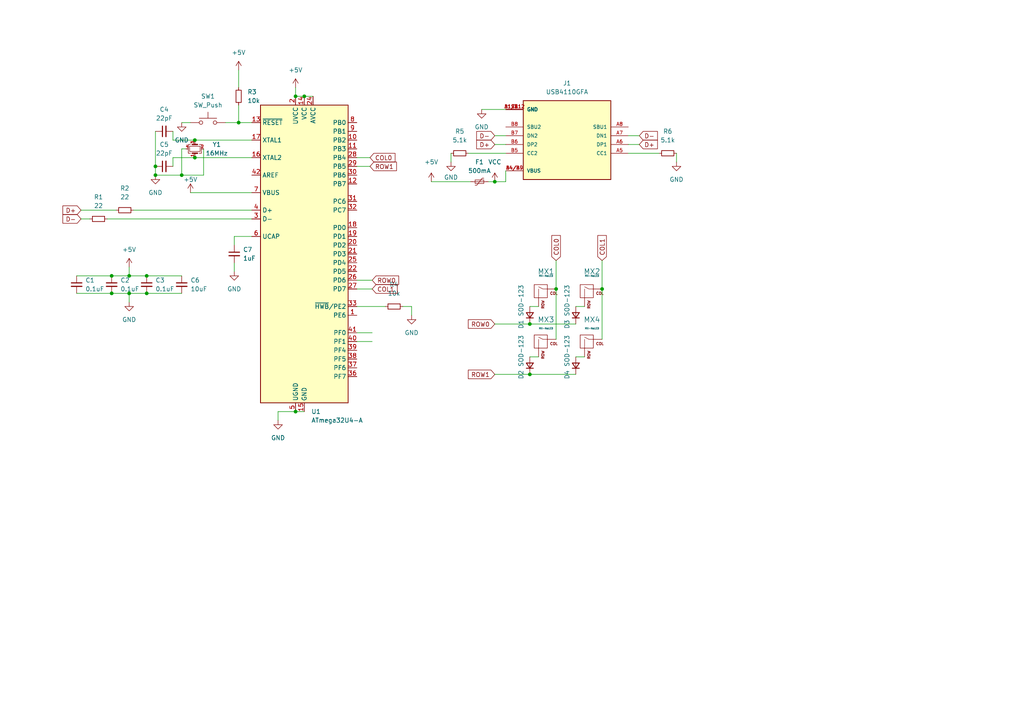
<source format=kicad_sch>
(kicad_sch (version 20211123) (generator eeschema)
  (paper "A4")
  (lib_symbols
    (symbol "Device:C_Small" (pin_numbers hide) (pin_names (offset 0.254) hide)
      (property "Reference" "C" (at 0.254 1.778 0))
      (property "Value" "C_Small" (at 0.254 -2.032 0))
      (symbol "C_Small_0_1"
        (polyline (pts (xy -1.524 -0.508) (xy 1.524 -0.508)) (stroke (width 0.3302)))
        (polyline (pts (xy -1.524 0.508) (xy 1.524 0.508)) (stroke (width 0.3048)))
      )
      (symbol "C_Small_1_1"
        (pin passive line (at 0 2.54 270) (length 2.032) (name "~") (number "1"))
        (pin passive line (at 0 -2.54 90) (length 2.032) (name "~") (number "2"))
      )
    )
    (symbol "Device:Crystal_GND24_Small" (pin_names (offset 1.016) hide)
      (property "Reference" "Y" (at 1.27 4.445 0))
      (property "Value" "Crystal_GND24_Small" (at 1.27 2.54 0))
      (symbol "Crystal_GND24_Small_0_1"
        (rectangle (start -0.762 -1.524) (end 0.762 1.524))
        (polyline (pts (xy -1.27 -0.762) (xy -1.27 0.762)) (stroke (width 0.381)))
        (polyline (pts (xy 1.27 -0.762) (xy 1.27 0.762)) (stroke (width 0.381)))
        (polyline (pts (xy -1.27 -1.27) (xy -1.27 -1.905) (xy 1.27 -1.905) (xy 1.27 -1.27)))
        (polyline (pts (xy -1.27 1.27) (xy -1.27 1.905) (xy 1.27 1.905) (xy 1.27 1.27)))
      )
      (symbol "Crystal_GND24_Small_1_1"
        (pin passive line (at -2.54 0 0) (length 1.27) (name "1") (number "1"))
        (pin passive line (at 0 -2.54 90) (length 0.635) (name "2") (number "2"))
        (pin passive line (at 2.54 0 180) (length 1.27) (name "3") (number "3"))
        (pin passive line (at 0 2.54 270) (length 0.635) (name "4") (number "4"))
      )
    )
    (symbol "Device:D_Small" (pin_numbers hide) (pin_names (offset 0.254) hide)
      (property "Reference" "D" (at -1.27 2.032 0))
      (property "Value" "D_Small" (at -3.81 -2.032 0))
      (symbol "D_Small_0_1"
        (polyline (pts (xy -0.762 -1.016) (xy -0.762 1.016)) (stroke (width 0.254)))
        (polyline (pts (xy -0.762 0) (xy 0.762 0)))
        (polyline (pts (xy 0.762 -1.016) (xy -0.762 0) (xy 0.762 1.016) (xy 0.762 -1.016)) (stroke (width 0.254)))
      )
      (symbol "D_Small_1_1"
        (pin passive line (at -2.54 0 0) (length 1.778) (name "K") (number "1"))
        (pin passive line (at 2.54 0 180) (length 1.778) (name "A") (number "2"))
      )
    )
    (symbol "Device:Polyfuse_Small" (pin_numbers hide) (pin_names (offset 0))
      (property "Reference" "F" (at -1.905 0 90))
      (property "Value" "Polyfuse_Small" (at 1.905 0 90))
      (symbol "Polyfuse_Small_0_1"
        (rectangle (start -0.508 1.27) (end 0.508 -1.27))
        (polyline (pts (xy 0 2.54) (xy 0 -2.54)))
        (polyline (pts (xy -1.016 1.27) (xy -1.016 0.762) (xy 1.016 -0.762) (xy 1.016 -1.27)))
      )
      (symbol "Polyfuse_Small_1_1"
        (pin passive line (at 0 2.54 270) (length 0.635) (name "~") (number "1"))
        (pin passive line (at 0 -2.54 90) (length 0.635) (name "~") (number "2"))
      )
    )
    (symbol "Device:R_Small" (pin_numbers hide) (pin_names (offset 0.254) hide)
      (property "Reference" "R" (at 0.762 0.508 0))
      (property "Value" "R_Small" (at 0.762 -1.016 0))
      (symbol "R_Small_0_1"
        (rectangle (start -0.762 1.778) (end 0.762 -1.778) (stroke (width 0.2032)))
      )
      (symbol "R_Small_1_1"
        (pin passive line (at 0 2.54 270) (length 0.762) (name "~") (number "1"))
        (pin passive line (at 0 -2.54 90) (length 0.762) (name "~") (number "2"))
      )
    )
    (symbol "MCU_Microchip_ATmega:ATmega32U4-A"
      (property "Reference" "U" (at -12.7 44.45 0))
      (property "Value" "ATmega32U4-A" (at 2.54 -44.45 0))
      (symbol "ATmega32U4-A_0_1"
        (rectangle (start -12.7 -43.18) (end 12.7 43.18) (stroke (width 0.254)) (fill (type background)))
      )
      (symbol "ATmega32U4-A_1_1"
        (pin bidirectional line (at 15.24 -17.78 180) (length 2.54) (name "PE6") (number "1"))
        (pin bidirectional line (at 15.24 33.02 180) (length 2.54) (name "PB2") (number "10"))
        (pin bidirectional line (at 15.24 30.48 180) (length 2.54) (name "PB3") (number "11"))
        (pin bidirectional line (at 15.24 20.32 180) (length 2.54) (name "PB7") (number "12"))
        (pin input line (at -15.24 38.1 0) (length 2.54) (name "~{RESET}") (number "13"))
        (pin power_in line (at 0 45.72 270) (length 2.54) (name "VCC") (number "14"))
        (pin power_in line (at 0 -45.72 90) (length 2.54) (name "GND") (number "15"))
        (pin output line (at -15.24 27.94 0) (length 2.54) (name "XTAL2") (number "16"))
        (pin input line (at -15.24 33.02 0) (length 2.54) (name "XTAL1") (number "17"))
        (pin bidirectional line (at 15.24 7.62 180) (length 2.54) (name "PD0") (number "18"))
        (pin bidirectional line (at 15.24 5.08 180) (length 2.54) (name "PD1") (number "19"))
        (pin power_in line (at -2.54 45.72 270) (length 2.54) (name "UVCC") (number "2"))
        (pin bidirectional line (at 15.24 2.54 180) (length 2.54) (name "PD2") (number "20"))
        (pin bidirectional line (at 15.24 0 180) (length 2.54) (name "PD3") (number "21"))
        (pin bidirectional line (at 15.24 -5.08 180) (length 2.54) (name "PD5") (number "22"))
        (pin passive line (at 0 -45.72 90) (length 2.54) hide (name "GND") (number "23"))
        (pin power_in line (at 2.54 45.72 270) (length 2.54) (name "AVCC") (number "24"))
        (pin bidirectional line (at 15.24 -2.54 180) (length 2.54) (name "PD4") (number "25"))
        (pin bidirectional line (at 15.24 -7.62 180) (length 2.54) (name "PD6") (number "26"))
        (pin bidirectional line (at 15.24 -10.16 180) (length 2.54) (name "PD7") (number "27"))
        (pin bidirectional line (at 15.24 27.94 180) (length 2.54) (name "PB4") (number "28"))
        (pin bidirectional line (at 15.24 25.4 180) (length 2.54) (name "PB5") (number "29"))
        (pin bidirectional line (at -15.24 10.16 0) (length 2.54) (name "D-") (number "3"))
        (pin bidirectional line (at 15.24 22.86 180) (length 2.54) (name "PB6") (number "30"))
        (pin bidirectional line (at 15.24 15.24 180) (length 2.54) (name "PC6") (number "31"))
        (pin bidirectional line (at 15.24 12.7 180) (length 2.54) (name "PC7") (number "32"))
        (pin bidirectional line (at 15.24 -15.24 180) (length 2.54) (name "~{HWB}/PE2") (number "33"))
        (pin passive line (at 0 45.72 270) (length 2.54) hide (name "VCC") (number "34"))
        (pin passive line (at 0 -45.72 90) (length 2.54) hide (name "GND") (number "35"))
        (pin bidirectional line (at 15.24 -35.56 180) (length 2.54) (name "PF7") (number "36"))
        (pin bidirectional line (at 15.24 -33.02 180) (length 2.54) (name "PF6") (number "37"))
        (pin bidirectional line (at 15.24 -30.48 180) (length 2.54) (name "PF5") (number "38"))
        (pin bidirectional line (at 15.24 -27.94 180) (length 2.54) (name "PF4") (number "39"))
        (pin bidirectional line (at -15.24 12.7 0) (length 2.54) (name "D+") (number "4"))
        (pin bidirectional line (at 15.24 -25.4 180) (length 2.54) (name "PF1") (number "40"))
        (pin bidirectional line (at 15.24 -22.86 180) (length 2.54) (name "PF0") (number "41"))
        (pin passive line (at -15.24 22.86 0) (length 2.54) (name "AREF") (number "42"))
        (pin passive line (at 0 -45.72 90) (length 2.54) hide (name "GND") (number "43"))
        (pin passive line (at 2.54 45.72 270) (length 2.54) hide (name "AVCC") (number "44"))
        (pin passive line (at -2.54 -45.72 90) (length 2.54) (name "UGND") (number "5"))
        (pin passive line (at -15.24 5.08 0) (length 2.54) (name "UCAP") (number "6"))
        (pin input line (at -15.24 17.78 0) (length 2.54) (name "VBUS") (number "7"))
        (pin bidirectional line (at 15.24 38.1 180) (length 2.54) (name "PB0") (number "8"))
        (pin bidirectional line (at 15.24 35.56 180) (length 2.54) (name "PB1") (number "9"))
      )
    )
    (symbol "MX_Alps_Hybrid:MX-NoLED" (pin_names (offset 1.016))
      (property "Reference" "MX" (at -0.635 3.81 0))
      (property "Value" "MX-NoLED" (at -0.635 1.27 0))
      (symbol "MX-NoLED_0_0"
        (rectangle (start -2.54 2.54) (end 1.27 -1.27))
        (polyline (pts (xy -1.27 -1.27) (xy -1.27 1.27)) (stroke (width 0.127)))
        (polyline (pts (xy 1.27 1.27) (xy 0 1.27) (xy -1.27 1.905)) (stroke (width 0.127)))
        (text "COL" (at 3.175 0 0) (effects (font (size 0.762 0.762))))
        (text "ROW" (at 0 -1.905 900) (effects (font (size 0.762 0.762)) (justify right)))
      )
      (symbol "MX-NoLED_1_1"
        (pin passive line (at 3.81 1.27 180) (length 2.54) (name "COL") (number "1"))
        (pin passive line (at -1.27 -3.81 90) (length 2.54) (name "ROW") (number "2"))
      )
    )
    (symbol "Switch:SW_Push" (pin_numbers hide) (pin_names (offset 1.016) hide)
      (property "Reference" "SW" (at 1.27 2.54 0))
      (property "Value" "SW_Push" (at 0 -1.524 0))
      (symbol "SW_Push_0_1"
        (circle (center -2.032 0) (radius 0.508))
        (polyline (pts (xy 0 1.27) (xy 0 3.048)))
        (polyline (pts (xy 2.54 1.27) (xy -2.54 1.27)))
        (circle (center 2.032 0) (radius 0.508))
        (pin passive line (at -5.08 0 0) (length 2.54) (name "1") (number "1"))
        (pin passive line (at 5.08 0 180) (length 2.54) (name "2") (number "2"))
      )
    )
    (symbol "USB4110GFA:USB4110GFA" (pin_names (offset 1.016))
      (property "Reference" "J" (at -12.7 11.43 0))
      (property "Value" "USB4110GFA" (at -12.7 -15.24 0))
      (symbol "USB4110GFA_0_0"
        (rectangle (start -12.7 -12.7) (end 12.7 10.16) (stroke (width 0.254)) (fill (type background)))
        (pin power_in line (at 17.78 -10.16 180) (length 5.08) (name "GND") (number "A1/B12"))
        (pin power_in line (at 17.78 7.62 180) (length 5.08) (name "VBUS") (number "A4/B9"))
        (pin bidirectional line (at -17.78 2.54 0) (length 5.08) (name "CC1") (number "A5"))
        (pin bidirectional line (at -17.78 0 0) (length 5.08) (name "DP1") (number "A6"))
        (pin bidirectional line (at -17.78 -2.54 0) (length 5.08) (name "DN1") (number "A7"))
        (pin bidirectional line (at -17.78 -5.08 0) (length 5.08) (name "SBU1") (number "A8"))
        (pin power_in line (at 17.78 -10.16 180) (length 5.08) (name "GND") (number "B1/A12"))
        (pin power_in line (at 17.78 7.62 180) (length 5.08) (name "VBUS") (number "B4/A9"))
        (pin bidirectional line (at 17.78 2.54 180) (length 5.08) (name "CC2") (number "B5"))
        (pin bidirectional line (at 17.78 0 180) (length 5.08) (name "DP2") (number "B6"))
        (pin bidirectional line (at 17.78 -2.54 180) (length 5.08) (name "DN2") (number "B7"))
        (pin bidirectional line (at 17.78 -5.08 180) (length 5.08) (name "SBU2") (number "B8"))
        (pin power_in line (at 17.78 -10.16 180) (length 5.08) (name "GND") (number "S1"))
        (pin power_in line (at 17.78 -10.16 180) (length 5.08) (name "GND") (number "S2"))
        (pin power_in line (at 17.78 -10.16 180) (length 5.08) (name "GND") (number "S3"))
        (pin power_in line (at 17.78 -10.16 180) (length 5.08) (name "GND") (number "S4"))
      )
    )
    (symbol "power:+5V" (power) (pin_names (offset 0))
      (property "Value" "+5V" (at 0 3.556 0))
      (symbol "+5V_0_1"
        (polyline (pts (xy -0.762 1.27) (xy 0 2.54)))
        (polyline (pts (xy 0 0) (xy 0 2.54)))
        (polyline (pts (xy 0 2.54) (xy 0.762 1.27)))
      )
      (symbol "+5V_1_1"
        (pin power_in line (at 0 0 90) (length 0) hide (name "+5V") (number "1"))
      )
    )
    (symbol "power:GND" (power) (pin_names (offset 0))
      (property "Value" "GND" (at 0 -3.81 0))
      (symbol "GND_0_1"
        (polyline (pts (xy 0 0) (xy 0 -1.27) (xy 1.27 -1.27) (xy 0 -2.54) (xy -1.27 -1.27) (xy 0 -1.27)))
      )
      (symbol "GND_1_1"
        (pin power_in line (at 0 0 270) (length 0) hide (name "GND") (number "1"))
      )
    )
    (symbol "power:VCC" (power) (pin_names (offset 0))
      (property "Value" "VCC" (at 0 3.81 0))
      (symbol "VCC_0_1"
        (polyline (pts (xy -0.762 1.27) (xy 0 2.54)))
        (polyline (pts (xy 0 0) (xy 0 2.54)))
        (polyline (pts (xy 0 2.54) (xy 0.762 1.27)))
      )
      (symbol "VCC_1_1"
        (pin power_in line (at 0 0 90) (length 0) hide (name "VCC") (number "1"))
      )
    )
  )
  (junction (at 85.725 27.94))
  (junction (at 32.385 80.01))
  (junction (at 85.725 119.38))
  (junction (at 52.705 50.8))
  (junction (at 161.29 83.82))
  (junction (at 37.465 85.09))
  (junction (at 153.67 108.585))
  (junction (at 32.385 85.09))
  (junction (at 37.465 80.01))
  (junction (at 153.67 93.98))
  (junction (at 56.515 40.64))
  (junction (at 45.085 50.8))
  (junction (at 45.085 48.26))
  (junction (at 69.215 35.56))
  (junction (at 42.545 80.01))
  (junction (at 56.515 45.72))
  (junction (at 42.545 85.09))
  (junction (at 143.51 52.705))
  (junction (at 174.625 83.82))
  (junction (at 88.265 27.94))
  (wire (pts (xy 174.625 83.82) (xy 174.625 98.425)))
  (wire (pts (xy 135.89 44.45) (xy 146.685 44.45)))
  (wire (pts (xy 161.29 75.565) (xy 161.29 83.82)))
  (wire (pts (xy 85.725 25.4) (xy 85.725 27.94)))
  (wire (pts (xy 125.095 52.705) (xy 136.525 52.705)))
  (wire (pts (xy 196.215 44.45) (xy 196.215 46.99)))
  (wire (pts (xy 103.505 81.28) (xy 107.95 81.28)))
  (wire (pts (xy 103.505 96.52) (xy 107.95 96.52)))
  (wire (pts (xy 130.81 44.45) (xy 130.81 46.99)))
  (wire (pts (xy 143.51 41.91) (xy 146.685 41.91)))
  (wire (pts (xy 45.085 38.1) (xy 45.085 48.26)))
  (wire (pts (xy 37.465 85.09) (xy 37.465 87.63)))
  (wire (pts (xy 52.705 35.56) (xy 55.245 35.56)))
  (wire (pts (xy 59.055 50.8) (xy 52.705 50.8)))
  (wire (pts (xy 65.405 35.56) (xy 69.215 35.56)))
  (wire (pts (xy 143.51 108.585) (xy 153.67 108.585)))
  (wire (pts (xy 153.67 108.585) (xy 167.005 108.585)))
  (wire (pts (xy 146.685 52.705) (xy 146.685 49.53)))
  (wire (pts (xy 139.7 31.75) (xy 146.685 31.75)))
  (wire (pts (xy 69.215 35.56) (xy 73.025 35.56)))
  (wire (pts (xy 31.115 63.5) (xy 73.025 63.5)))
  (wire (pts (xy 143.51 39.37) (xy 146.685 39.37)))
  (wire (pts (xy 32.385 85.09) (xy 37.465 85.09)))
  (wire (pts (xy 153.67 88.9) (xy 156.21 88.9)))
  (wire (pts (xy 153.67 103.505) (xy 156.21 103.505)))
  (wire (pts (xy 167.005 103.505) (xy 169.545 103.505)))
  (wire (pts (xy 22.225 80.01) (xy 32.385 80.01)))
  (wire (pts (xy 59.055 43.18) (xy 59.055 50.8)))
  (wire (pts (xy 103.505 83.82) (xy 107.95 83.82)))
  (wire (pts (xy 53.975 43.18) (xy 52.705 43.18)))
  (wire (pts (xy 50.165 48.26) (xy 50.165 45.72)))
  (wire (pts (xy 69.215 30.48) (xy 69.215 35.56)))
  (wire (pts (xy 67.945 68.58) (xy 73.025 68.58)))
  (wire (pts (xy 103.505 88.9) (xy 111.76 88.9)))
  (wire (pts (xy 42.545 80.01) (xy 52.705 80.01)))
  (wire (pts (xy 167.005 88.9) (xy 169.545 88.9)))
  (wire (pts (xy 85.725 119.38) (xy 88.265 119.38)))
  (wire (pts (xy 42.545 85.09) (xy 52.705 85.09)))
  (wire (pts (xy 67.945 71.12) (xy 67.945 68.58)))
  (wire (pts (xy 182.245 44.45) (xy 191.135 44.45)))
  (wire (pts (xy 80.645 119.38) (xy 85.725 119.38)))
  (wire (pts (xy 88.265 27.94) (xy 90.805 27.94)))
  (wire (pts (xy 37.465 85.09) (xy 42.545 85.09)))
  (wire (pts (xy 182.245 39.37) (xy 185.42 39.37)))
  (wire (pts (xy 38.735 60.96) (xy 73.025 60.96)))
  (wire (pts (xy 103.505 45.72) (xy 107.315 45.72)))
  (wire (pts (xy 103.505 99.06) (xy 107.95 99.06)))
  (wire (pts (xy 55.245 55.88) (xy 73.025 55.88)))
  (wire (pts (xy 161.29 83.82) (xy 161.29 98.425)))
  (wire (pts (xy 143.51 93.98) (xy 153.67 93.98)))
  (wire (pts (xy 37.465 80.01) (xy 42.545 80.01)))
  (wire (pts (xy 50.165 38.1) (xy 50.165 40.64)))
  (wire (pts (xy 50.165 40.64) (xy 56.515 40.64)))
  (wire (pts (xy 56.515 45.72) (xy 73.025 45.72)))
  (wire (pts (xy 56.515 40.64) (xy 73.025 40.64)))
  (wire (pts (xy 32.385 80.01) (xy 37.465 80.01)))
  (wire (pts (xy 174.625 75.565) (xy 174.625 83.82)))
  (wire (pts (xy 153.67 93.98) (xy 167.005 93.98)))
  (wire (pts (xy 50.165 45.72) (xy 56.515 45.72)))
  (wire (pts (xy 143.51 52.705) (xy 146.685 52.705)))
  (wire (pts (xy 23.495 60.96) (xy 33.655 60.96)))
  (wire (pts (xy 37.465 77.47) (xy 37.465 80.01)))
  (wire (pts (xy 52.705 43.18) (xy 52.705 50.8)))
  (wire (pts (xy 22.225 85.09) (xy 32.385 85.09)))
  (wire (pts (xy 67.945 76.2) (xy 67.945 78.74)))
  (wire (pts (xy 80.645 121.92) (xy 80.645 119.38)))
  (wire (pts (xy 23.495 63.5) (xy 26.035 63.5)))
  (wire (pts (xy 69.215 20.32) (xy 69.215 25.4)))
  (wire (pts (xy 116.84 88.9) (xy 119.38 88.9)))
  (wire (pts (xy 141.605 52.705) (xy 143.51 52.705)))
  (wire (pts (xy 182.245 41.91) (xy 185.42 41.91)))
  (wire (pts (xy 52.705 50.8) (xy 45.085 50.8)))
  (wire (pts (xy 85.725 27.94) (xy 88.265 27.94)))
  (wire (pts (xy 119.38 88.9) (xy 119.38 91.44)))
  (wire (pts (xy 103.505 48.26) (xy 107.315 48.26)))
  (wire (pts (xy 45.085 48.26) (xy 45.085 50.8)))
  (global_label "ROW1" (shape input) (at 107.315 48.26 0) (property "Intersheet References" "${INTERSHEET_REFS}" (effects hide)))
  (global_label "D+" (shape input) (at 23.495 60.96 180) (property "Intersheet References" "${INTERSHEET_REFS}" (effects hide)))
  (global_label "COL0" (shape input) (at 107.315 45.72 0) (property "Intersheet References" "${INTERSHEET_REFS}" (effects hide)))
  (global_label "D-" (shape input) (at 185.42 39.37 0) (property "Intersheet References" "${INTERSHEET_REFS}" (effects hide)))
  (global_label "D-" (shape input) (at 143.51 39.37 180) (property "Intersheet References" "${INTERSHEET_REFS}" (effects hide)))
  (global_label "COL1" (shape input) (at 107.95 83.82 0) (property "Intersheet References" "${INTERSHEET_REFS}" (effects hide)))
  (global_label "COL1" (shape input) (at 174.625 75.565 90) (property "Intersheet References" "${INTERSHEET_REFS}" (effects hide)))
  (global_label "D+" (shape input) (at 143.51 41.91 180) (property "Intersheet References" "${INTERSHEET_REFS}" (effects hide)))
  (global_label "COL0" (shape input) (at 161.29 75.565 90) (property "Intersheet References" "${INTERSHEET_REFS}" (effects hide)))
  (global_label "D+" (shape input) (at 185.42 41.91 0) (property "Intersheet References" "${INTERSHEET_REFS}" (effects hide)))
  (global_label "D-" (shape input) (at 23.495 63.5 180) (property "Intersheet References" "${INTERSHEET_REFS}" (effects hide)))
  (global_label "ROW0" (shape input) (at 143.51 93.98 180) (property "Intersheet References" "${INTERSHEET_REFS}" (effects hide)))
  (global_label "ROW1" (shape input) (at 143.51 108.585 180) (property "Intersheet References" "${INTERSHEET_REFS}" (effects hide)))
  (global_label "ROW0" (shape input) (at 107.95 81.28 0) (property "Intersheet References" "${INTERSHEET_REFS}" (effects hide)))
  (symbol (lib_id "Device:C_Small") (at 22.225 82.55 0) (unit 1)
    (property "Reference" "C1" (at 24.765 81.2862 0) (effects (justify left)))
    (property "Value" "0.1uF" (at 24.765 83.8262 0) (effects (justify left)))
    (property "Footprint" "Capacitor_SMD:C_0805_2012Metric" (effects hide))
  )
  (symbol (lib_id "power:GND") (at 37.465 87.63 0) (unit 1)
    (property "Reference" "#PWR02" (effects hide))
    (property "Value" "GND" (at 37.465 92.71 0))
  )
  (symbol (lib_id "power:+5V") (at 55.245 55.88 0) (unit 1)
    (property "Reference" "#PWR05" (effects hide))
    (property "Value" "+5V" (at 55.245 52.07 0))
  )
  (symbol (lib_id "power:GND") (at 67.945 78.74 0) (unit 1)
    (property "Reference" "#PWR06" (effects hide))
    (property "Value" "GND" (at 67.945 83.82 0))
  )
  (symbol (lib_id "power:GND") (at 80.645 121.92 0) (unit 1)
    (property "Reference" "#PWR08" (effects hide))
    (property "Value" "GND" (at 80.645 127 0))
  )
  (symbol (lib_id "Device:R_Small") (at 36.195 60.96 90) (unit 1)
    (property "Reference" "R2" (at 36.195 54.61 90))
    (property "Value" "22" (at 36.195 57.15 90))
    (property "Footprint" "Resistor_SMD:R_0805_2012Metric" (effects hide))
  )
  (symbol (lib_id "Device:R_Small") (at 28.575 63.5 90) (unit 1)
    (property "Reference" "R1" (at 28.575 57.15 90))
    (property "Value" "22" (at 28.575 59.69 90))
    (property "Footprint" "Resistor_SMD:R_0805_2012Metric" (effects hide))
  )
  (symbol (lib_id "power:VCC") (at 143.51 52.705 0) (unit 1)
    (property "Reference" "#PWR014" (effects hide))
    (property "Value" "VCC" (at 143.51 46.99 0))
  )
  (symbol (lib_id "USB4110GFA:USB4110GFA") (at 164.465 41.91 180) (unit 1)
    (property "Reference" "J1" (at 164.465 24.13 0))
    (property "Value" "USB4110GFA" (at 164.465 26.67 0))
    (property "Footprint" "USB4110GFA:GCT_USB4110GFA" (effects hide))
    (property "MF" "Global Connector Technology" (effects hide))
    (property "Description" "\nUSB-C (USB TYPE-C) USB 2.0 Receptacle Connector 24 (16+8 Dummy) Position Surface Mount, Right Angle\n" (effects hide))
    (property "Package" "None" (effects hide))
    (property "Price" "None" (effects hide))
    (property "SnapEDA_Link" "https://www.snapeda.com/parts/USB4110GFA/Global+Connector+Technology/view-part/?ref=snap" (effects hide))
    (property "MP" "USB4110GFA" (effects hide))
    (property "Purchase-URL" "https://www.snapeda.com/api/url_track_click_mouser/?unipart_id=7348857&manufacturer=Global Connector Technology&part_name=USB4110GFA&search_term=None" (effects hide))
    (property "Availability" "In Stock" (effects hide))
    (property "Check_prices" "https://www.snapeda.com/parts/USB4110GFA/Global+Connector+Technology/view-part/?ref=eda" (effects hide))
  )
  (symbol (lib_id "Device:D_Small") (at 153.67 106.045 90) (unit 1)
    (property "Reference" "D2" (at 151.13 107.315 0) (effects (justify right)))
    (property "Value" "SOD-123" (at 151.13 97.155 0) (effects (justify right)))
    (property "Footprint" "Diode_SMD:D_SOD-123" (effects hide))
  )
  (symbol (lib_id "power:+5V") (at 85.725 25.4 0) (unit 1)
    (property "Reference" "#PWR09" (effects hide))
    (property "Value" "+5V" (at 85.725 20.32 0))
  )
  (symbol (lib_id "Device:R_Small") (at 133.35 44.45 90) (unit 1)
    (property "Reference" "R5" (at 133.35 38.1 90))
    (property "Value" "5.1k" (at 133.35 40.64 90))
    (property "Footprint" "Resistor_SMD:R_0805_2012Metric" (effects hide))
  )
  (symbol (lib_id "MX_Alps_Hybrid:MX-NoLED") (at 170.815 85.09 0) (unit 1)
    (property "Reference" "MX2" (at 171.7006 78.74 0) (effects (font (size 1.524 1.524))))
    (property "Value" "MX-NoLED" (at 171.7006 80.01 0) (effects (font (size 0.508 0.508))))
    (property "Footprint" "MX_Alps_Hybrid:MX-1U-NoLED" (effects hide))
  )
  (symbol (lib_id "Device:C_Small") (at 47.625 38.1 90) (unit 1)
    (property "Reference" "C4" (at 47.6313 31.75 90))
    (property "Value" "22pF" (at 47.6313 34.29 90))
    (property "Footprint" "Capacitor_SMD:C_0805_2012Metric" (effects hide))
  )
  (symbol (lib_id "power:GND") (at 196.215 46.99 0) (unit 1)
    (property "Reference" "#PWR015" (effects hide))
    (property "Value" "GND" (at 196.215 52.07 0))
  )
  (symbol (lib_id "power:GND") (at 130.81 46.99 0) (unit 1)
    (property "Reference" "#PWR012" (effects hide))
    (property "Value" "GND" (at 130.81 51.435 0))
  )
  (symbol (lib_id "Device:Polyfuse_Small") (at 139.065 52.705 270) (unit 1)
    (property "Reference" "F1" (at 139.065 46.99 90))
    (property "Value" "500mA" (at 139.065 49.53 90))
    (property "Footprint" "Fuse:Fuse_1206_3216Metric" (effects hide))
  )
  (symbol (lib_id "power:GND") (at 52.705 35.56 0) (unit 1)
    (property "Reference" "#PWR04" (effects hide))
    (property "Value" "GND" (at 52.705 40.64 0))
  )
  (symbol (lib_id "Device:C_Small") (at 47.625 48.26 90) (unit 1)
    (property "Reference" "C5" (at 47.6313 41.91 90))
    (property "Value" "22pF" (at 47.6313 44.45 90))
    (property "Footprint" "Capacitor_SMD:C_0805_2012Metric" (effects hide))
  )
  (symbol (lib_id "Device:D_Small") (at 153.67 91.44 90) (unit 1)
    (property "Reference" "D1" (at 151.13 92.71 0) (effects (justify right)))
    (property "Value" "SOD-123" (at 151.13 82.55 0) (effects (justify right)))
    (property "Footprint" "Diode_SMD:D_SOD-123" (effects hide))
  )
  (symbol (lib_id "Device:C_Small") (at 42.545 82.55 0) (unit 1)
    (property "Reference" "C3" (at 45.085 81.2862 0) (effects (justify left)))
    (property "Value" "0.1uF" (at 45.085 83.8262 0) (effects (justify left)))
    (property "Footprint" "Capacitor_SMD:C_0805_2012Metric" (effects hide))
  )
  (symbol (lib_id "Device:R_Small") (at 69.215 27.94 0) (unit 1)
    (property "Reference" "R3" (at 71.755 26.6699 0) (effects (justify left)))
    (property "Value" "10k" (at 71.755 29.2099 0) (effects (justify left)))
    (property "Footprint" "Resistor_SMD:R_0805_2012Metric" (effects hide))
  )
  (symbol (lib_id "MX_Alps_Hybrid:MX-NoLED") (at 170.815 99.695 0) (unit 1)
    (property "Reference" "MX4" (at 171.7006 92.71 0) (effects (font (size 1.524 1.524))))
    (property "Value" "MX-NoLED" (at 171.7006 95.25 0) (effects (font (size 0.508 0.508))))
    (property "Footprint" "MX_Alps_Hybrid:MX-1U-NoLED" (effects hide))
  )
  (symbol (lib_id "Switch:SW_Push") (at 60.325 35.56 0) (unit 1)
    (property "Reference" "SW1" (at 60.325 27.94 0))
    (property "Value" "SW_Push" (at 60.325 30.48 0))
    (property "Footprint" "random-keyboard-parts:SKQG-1155865" (effects hide))
  )
  (symbol (lib_id "power:+5V") (at 69.215 20.32 0) (unit 1)
    (property "Reference" "#PWR07" (effects hide))
    (property "Value" "+5V" (at 69.215 15.24 0))
  )
  (symbol (lib_id "Device:D_Small") (at 167.005 106.045 90) (unit 1)
    (property "Reference" "D4" (at 164.465 107.315 0) (effects (justify right)))
    (property "Value" "SOD-123" (at 164.465 97.155 0) (effects (justify right)))
    (property "Footprint" "Diode_SMD:D_SOD-123" (effects hide))
  )
  (symbol (lib_id "Device:Crystal_GND24_Small") (at 56.515 43.18 90) (unit 1)
    (property "Reference" "Y1" (at 62.865 41.91 90))
    (property "Value" "16MHz" (at 62.865 44.45 90))
    (property "Footprint" "Crystal:Crystal_SMD_3225-4Pin_3.2x2.5mm" (effects hide))
  )
  (symbol (lib_id "power:GND") (at 139.7 31.75 0) (unit 1)
    (property "Reference" "#PWR013" (effects hide))
    (property "Value" "GND" (at 139.7 36.83 0))
  )
  (symbol (lib_id "Device:D_Small") (at 167.005 91.44 90) (unit 1)
    (property "Reference" "D3" (at 164.465 92.71 0) (effects (justify right)))
    (property "Value" "SOD-123" (at 164.465 82.55 0) (effects (justify right)))
    (property "Footprint" "Diode_SMD:D_SOD-123" (effects hide))
  )
  (symbol (lib_id "power:+5V") (at 125.095 52.705 0) (unit 1)
    (property "Reference" "#PWR011" (effects hide))
    (property "Value" "+5V" (at 125.095 46.99 0))
  )
  (symbol (lib_id "MX_Alps_Hybrid:MX-NoLED") (at 157.48 99.695 0) (unit 1)
    (property "Reference" "MX3" (at 158.3656 92.71 0) (effects (font (size 1.524 1.524))))
    (property "Value" "MX-NoLED" (at 158.3656 95.25 0) (effects (font (size 0.508 0.508))))
    (property "Footprint" "MX_Alps_Hybrid:MX-1U-NoLED" (effects hide))
  )
  (symbol (lib_id "Device:R_Small") (at 193.675 44.45 90) (unit 1)
    (property "Reference" "R6" (at 193.675 38.1 90))
    (property "Value" "5.1k" (at 193.675 40.64 90))
    (property "Footprint" "Resistor_SMD:R_0805_2012Metric" (effects hide))
  )
  (symbol (lib_id "Device:C_Small") (at 52.705 82.55 0) (unit 1)
    (property "Reference" "C6" (at 55.245 81.2862 0) (effects (justify left)))
    (property "Value" "10uF" (at 55.245 83.8262 0) (effects (justify left)))
    (property "Footprint" "Capacitor_SMD:C_0805_2012Metric" (effects hide))
  )
  (symbol (lib_id "power:+5V") (at 37.465 77.47 0) (unit 1)
    (property "Reference" "#PWR01" (effects hide))
    (property "Value" "+5V" (at 37.465 72.39 0))
  )
  (symbol (lib_id "power:GND") (at 45.085 50.8 0) (unit 1)
    (property "Reference" "#PWR03" (effects hide))
    (property "Value" "GND" (at 45.085 55.88 0))
  )
  (symbol (lib_id "Device:R_Small") (at 114.3 88.9 90) (unit 1)
    (property "Reference" "R4" (at 114.3 82.55 90))
    (property "Value" "10k" (at 114.3 85.09 90))
    (property "Footprint" "Resistor_SMD:R_0805_2012Metric" (effects hide))
  )
  (symbol (lib_id "Device:C_Small") (at 32.385 82.55 0) (unit 1)
    (property "Reference" "C2" (at 34.925 81.2862 0) (effects (justify left)))
    (property "Value" "0.1uF" (at 34.925 83.8262 0) (effects (justify left)))
    (property "Footprint" "Capacitor_SMD:C_0805_2012Metric" (effects hide))
  )
  (symbol (lib_id "Device:C_Small") (at 67.945 73.66 0) (unit 1)
    (property "Reference" "C7" (at 70.485 72.3962 0) (effects (justify left)))
    (property "Value" "1uF" (at 70.485 74.9362 0) (effects (justify left)))
    (property "Footprint" "Capacitor_SMD:C_0805_2012Metric" (effects hide))
  )
  (symbol (lib_id "MX_Alps_Hybrid:MX-NoLED") (at 157.48 85.09 0) (unit 1)
    (property "Reference" "MX1" (at 158.3656 78.74 0) (effects (font (size 1.524 1.524))))
    (property "Value" "MX-NoLED" (at 158.3656 80.01 0) (effects (font (size 0.508 0.508))))
    (property "Footprint" "MX_Alps_Hybrid:MX-1U-NoLED" (effects hide))
  )
  (symbol (lib_id "power:GND") (at 119.38 91.44 0) (unit 1)
    (property "Reference" "#PWR010" (effects hide))
    (property "Value" "GND" (at 119.38 96.52 0))
  )
  (symbol (lib_id "MCU_Microchip_ATmega:ATmega32U4-A") (at 88.265 73.66 0) (unit 1)
    (property "Reference" "U1" (at 90.2844 119.38 0) (effects (justify left)))
    (property "Value" "ATmega32U4-A" (at 90.2844 121.92 0) (effects (justify left)))
    (property "Footprint" "Package_QFP:TQFP-44_10x10mm_P0.8mm" (effects hide))
    (property "Datasheet" "http://ww1.microchip.com/downloads/en/DeviceDoc/Atmel-7766-8-bit-AVR-ATmega16U4-32U4_Datasheet.pdf" (effects hide))
  )
)
</source>
